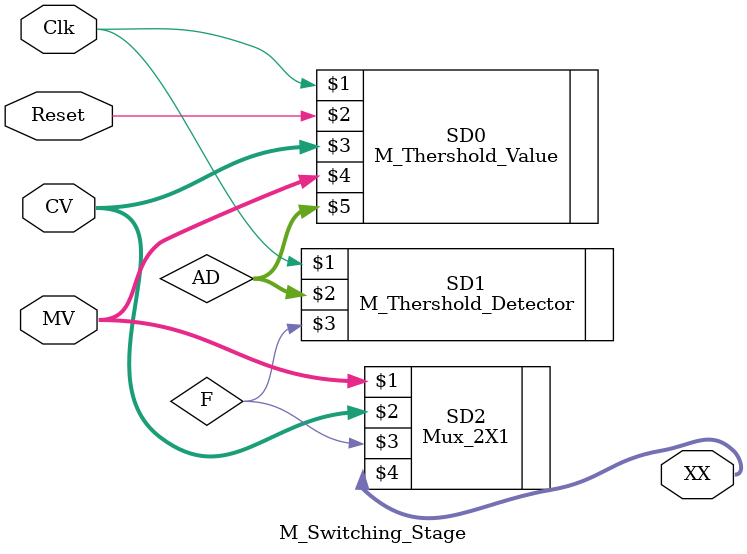
<source format=v>
module M_Switching_Stage (Clk,Reset,CV,MV,XX);
  input Clk,Reset;
  input [7:0]CV,MV;
  output [7:0]XX;
  
  wire [7:0]AD;
  wire F;
  
  M_Thershold_Value SD0 (Clk,Reset,CV,MV,AD);

  M_Thershold_Detector SD1 (Clk,AD,F);
   
  Mux_2X1 SD2 (MV,CV,F,XX);
    
    
endmodule
</source>
